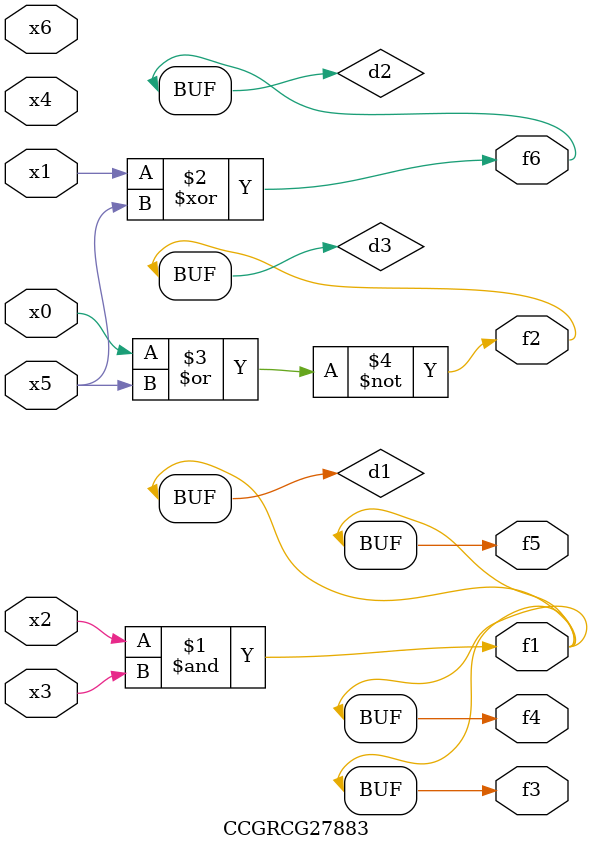
<source format=v>
module CCGRCG27883(
	input x0, x1, x2, x3, x4, x5, x6,
	output f1, f2, f3, f4, f5, f6
);

	wire d1, d2, d3;

	and (d1, x2, x3);
	xor (d2, x1, x5);
	nor (d3, x0, x5);
	assign f1 = d1;
	assign f2 = d3;
	assign f3 = d1;
	assign f4 = d1;
	assign f5 = d1;
	assign f6 = d2;
endmodule

</source>
